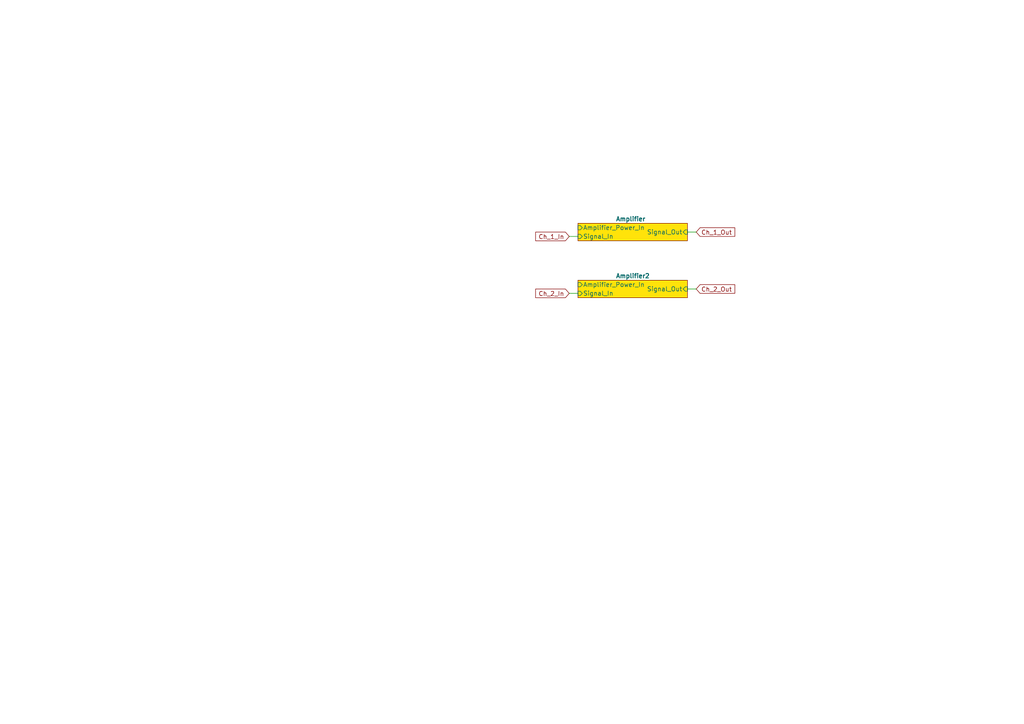
<source format=kicad_sch>
(kicad_sch
	(version 20250114)
	(generator "eeschema")
	(generator_version "9.0")
	(uuid "b8558128-234e-4deb-8dc7-aeb39d87e4f4")
	(paper "A4")
	(title_block
		(title "FARICH Custom Amplifier")
		(date "2025-01-23")
		(rev "0")
	)
	(lib_symbols)
	(wire
		(pts
			(xy 201.93 67.31) (xy 199.39 67.31)
		)
		(stroke
			(width 0)
			(type default)
		)
		(uuid "884d8d2d-0326-4d32-a66d-0fd840bc3a59")
	)
	(wire
		(pts
			(xy 165.1 85.09) (xy 167.64 85.09)
		)
		(stroke
			(width 0)
			(type default)
		)
		(uuid "a7d473c2-36a0-43c8-af2d-179a1223c4a9")
	)
	(wire
		(pts
			(xy 165.1 68.58) (xy 167.64 68.58)
		)
		(stroke
			(width 0)
			(type default)
		)
		(uuid "e887039e-ae1d-4633-89d5-bb0d54b707d5")
	)
	(wire
		(pts
			(xy 201.93 83.82) (xy 199.39 83.82)
		)
		(stroke
			(width 0)
			(type default)
		)
		(uuid "fbf0764b-8275-4bcc-aa03-57d79d261eef")
	)
	(global_label "Ch_1_Out"
		(shape input)
		(at 201.93 67.31 0)
		(fields_autoplaced yes)
		(effects
			(font
				(size 1.27 1.27)
			)
			(justify left)
		)
		(uuid "45f378df-2cf7-48a5-8cf8-8be73183329e")
		(property "Intersheetrefs" "${INTERSHEET_REFS}"
			(at 213.6841 67.31 0)
			(effects
				(font
					(size 1.27 1.27)
				)
				(justify left)
				(hide yes)
			)
		)
	)
	(global_label "Ch_2_Out"
		(shape input)
		(at 201.93 83.82 0)
		(fields_autoplaced yes)
		(effects
			(font
				(size 1.27 1.27)
			)
			(justify left)
		)
		(uuid "7a15a18e-250f-4f52-84e1-7c31387bcd6d")
		(property "Intersheetrefs" "${INTERSHEET_REFS}"
			(at 213.6841 83.82 0)
			(effects
				(font
					(size 1.27 1.27)
				)
				(justify left)
				(hide yes)
			)
		)
	)
	(global_label "Ch_2_In"
		(shape input)
		(at 165.1 85.09 180)
		(fields_autoplaced yes)
		(effects
			(font
				(size 1.27 1.27)
			)
			(justify right)
		)
		(uuid "b32cbb64-a4b2-4ad0-9bc4-3edb8273b7b5")
		(property "Intersheetrefs" "${INTERSHEET_REFS}"
			(at 154.7973 85.09 0)
			(effects
				(font
					(size 1.27 1.27)
				)
				(justify right)
				(hide yes)
			)
		)
	)
	(global_label "Ch_1_In"
		(shape input)
		(at 165.1 68.58 180)
		(fields_autoplaced yes)
		(effects
			(font
				(size 1.27 1.27)
			)
			(justify right)
		)
		(uuid "dc96a348-279f-446e-8d84-d1fbc6d56de1")
		(property "Intersheetrefs" "${INTERSHEET_REFS}"
			(at 154.7973 68.58 0)
			(effects
				(font
					(size 1.27 1.27)
				)
				(justify right)
				(hide yes)
			)
		)
	)
	(sheet
		(at 167.64 64.77)
		(size 31.75 5.08)
		(exclude_from_sim no)
		(in_bom yes)
		(on_board yes)
		(dnp no)
		(stroke
			(width 0.1524)
			(type solid)
		)
		(fill
			(color 255 227 10 1.0000)
		)
		(uuid "05e15bdc-873b-4e70-8278-9bbe1dedb9b8")
		(property "Sheetname" "Amplifier"
			(at 178.562 64.262 0)
			(effects
				(font
					(size 1.27 1.27)
					(thickness 0.254)
					(bold yes)
				)
				(justify left bottom)
			)
		)
		(property "Sheetfile" "Amplifier_module.kicad_sch"
			(at 167.64 83.1346 0)
			(effects
				(font
					(size 1.27 1.27)
				)
				(justify left top)
				(hide yes)
			)
		)
		(pin "Signal_In" input
			(at 167.64 68.58 180)
			(uuid "c56e1d41-c19d-49ca-ba56-60b7a5985eec")
			(effects
				(font
					(size 1.27 1.27)
				)
				(justify left)
			)
		)
		(pin "Amplifier_Power_In" input
			(at 167.64 66.04 180)
			(uuid "ab0b00d9-19bc-4f13-bcdd-1728b3f18068")
			(effects
				(font
					(size 1.27 1.27)
				)
				(justify left)
			)
		)
		(pin "Signal_Out" input
			(at 199.39 67.31 0)
			(uuid "9567e16b-589e-4c80-a5be-a04d03292023")
			(effects
				(font
					(size 1.27 1.27)
				)
				(justify right)
			)
		)
		(instances
			(project "FARICH_Amplifier_v0"
				(path "/b8558128-234e-4deb-8dc7-aeb39d87e4f4"
					(page "2")
				)
			)
		)
	)
	(sheet
		(at 167.64 81.28)
		(size 31.75 5.08)
		(exclude_from_sim no)
		(in_bom yes)
		(on_board yes)
		(dnp no)
		(stroke
			(width 0.1524)
			(type solid)
		)
		(fill
			(color 255 227 10 1.0000)
		)
		(uuid "2d00f760-527c-4c46-9853-62bd597c323a")
		(property "Sheetname" "Amplifier2"
			(at 178.562 80.772 0)
			(effects
				(font
					(size 1.27 1.27)
					(thickness 0.254)
					(bold yes)
				)
				(justify left bottom)
			)
		)
		(property "Sheetfile" "Amplifier_module.kicad_sch"
			(at 167.64 99.6446 0)
			(effects
				(font
					(size 1.27 1.27)
				)
				(justify left top)
				(hide yes)
			)
		)
		(pin "Signal_In" input
			(at 167.64 85.09 180)
			(uuid "40ba1557-2634-4106-9864-ebd31521c9f1")
			(effects
				(font
					(size 1.27 1.27)
				)
				(justify left)
			)
		)
		(pin "Amplifier_Power_In" input
			(at 167.64 82.55 180)
			(uuid "72b77df8-5b02-4ff0-b9ef-1b1faf04072b")
			(effects
				(font
					(size 1.27 1.27)
				)
				(justify left)
			)
		)
		(pin "Signal_Out" input
			(at 199.39 83.82 0)
			(uuid "5696daf2-3764-488c-b965-0407951ee712")
			(effects
				(font
					(size 1.27 1.27)
				)
				(justify right)
			)
		)
		(instances
			(project "FARICH_Amplifier_v0"
				(path "/b8558128-234e-4deb-8dc7-aeb39d87e4f4"
					(page "3")
				)
			)
		)
	)
	(sheet_instances
		(path "/"
			(page "1")
		)
	)
	(embedded_fonts no)
)

</source>
